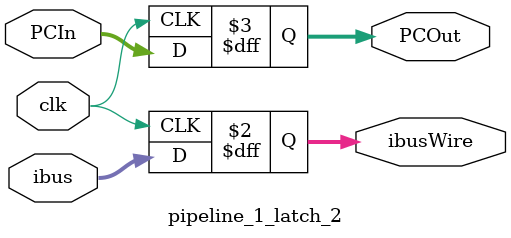
<source format=v>
module pipeline_1_latch_2(clk, ibus, ibusWire, PCIn, PCOut);
  input [31:0] ibus, PCIn;
  input clk;
  output [31:0] ibusWire, PCOut;
  reg [31:0] ibusWire, PCOut;
  always @(posedge clk) begin
    ibusWire = ibus;
    PCOut = PCIn;
  end
endmodule
</source>
